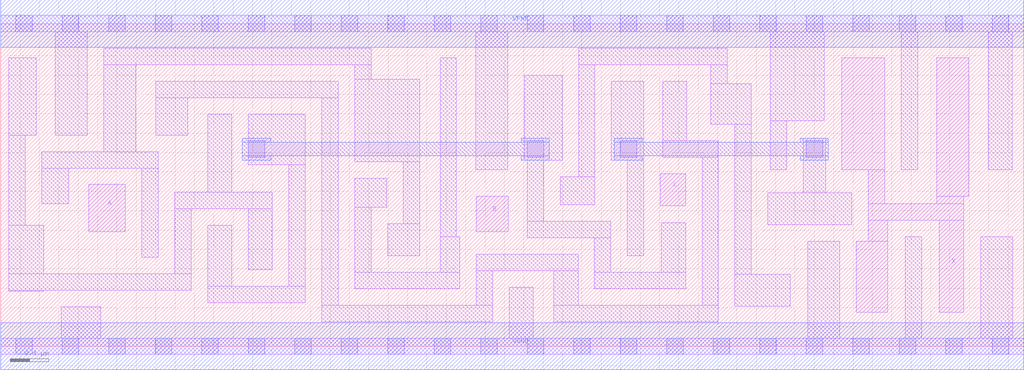
<source format=lef>
# Copyright 2020 The SkyWater PDK Authors
#
# Licensed under the Apache License, Version 2.0 (the "License");
# you may not use this file except in compliance with the License.
# You may obtain a copy of the License at
#
#     https://www.apache.org/licenses/LICENSE-2.0
#
# Unless required by applicable law or agreed to in writing, software
# distributed under the License is distributed on an "AS IS" BASIS,
# WITHOUT WARRANTIES OR CONDITIONS OF ANY KIND, either express or implied.
# See the License for the specific language governing permissions and
# limitations under the License.
#
# SPDX-License-Identifier: Apache-2.0

VERSION 5.7 ;
  NOWIREEXTENSIONATPIN ON ;
  DIVIDERCHAR "/" ;
  BUSBITCHARS "[]" ;
UNITS
  DATABASE MICRONS 200 ;
END UNITS
MACRO sky130_fd_sc_ls__xor3_4
  CLASS CORE ;
  FOREIGN sky130_fd_sc_ls__xor3_4 ;
  ORIGIN  0.000000  0.000000 ;
  SIZE  10.56000 BY  3.330000 ;
  SYMMETRY X Y ;
  SITE unit ;
  PIN A
    ANTENNAGATEAREA  0.246000 ;
    DIRECTION INPUT ;
    USE SIGNAL ;
    PORT
      LAYER li1 ;
        RECT 0.910000 1.180000 1.285000 1.670000 ;
    END
  END A
  PIN B
    ANTENNAGATEAREA  0.693000 ;
    DIRECTION INPUT ;
    USE SIGNAL ;
    PORT
      LAYER li1 ;
        RECT 4.910000 1.180000 5.240000 1.550000 ;
    END
  END B
  PIN C
    ANTENNAGATEAREA  0.381000 ;
    DIRECTION INPUT ;
    USE SIGNAL ;
    PORT
      LAYER li1 ;
        RECT 6.810000 1.450000 7.070000 1.780000 ;
    END
  END C
  PIN X
    ANTENNADIFFAREA  1.086400 ;
    DIRECTION OUTPUT ;
    USE SIGNAL ;
    PORT
      LAYER li1 ;
        RECT 8.685000 1.820000 9.125000 2.980000 ;
        RECT 8.830000 0.350000 9.160000 1.085000 ;
        RECT 8.955000 1.085000 9.160000 1.300000 ;
        RECT 8.955000 1.300000 9.940000 1.470000 ;
        RECT 8.955000 1.470000 9.125000 1.820000 ;
        RECT 9.665000 1.470000 9.940000 1.550000 ;
        RECT 9.665000 1.550000 9.995000 2.980000 ;
        RECT 9.690000 0.350000 9.940000 1.300000 ;
    END
  END X
  PIN VGND
    DIRECTION INOUT ;
    SHAPE ABUTMENT ;
    USE GROUND ;
    PORT
      LAYER met1 ;
        RECT 0.000000 -0.245000 10.560000 0.245000 ;
    END
  END VGND
  PIN VPWR
    DIRECTION INOUT ;
    SHAPE ABUTMENT ;
    USE POWER ;
    PORT
      LAYER met1 ;
        RECT 0.000000 3.085000 10.560000 3.575000 ;
    END
  END VPWR
  OBS
    LAYER li1 ;
      RECT  0.000000 -0.085000 10.560000 0.085000 ;
      RECT  0.000000  3.245000 10.560000 3.415000 ;
      RECT  0.085000  0.570000  0.445000 0.580000 ;
      RECT  0.085000  0.580000  1.965000 0.750000 ;
      RECT  0.085000  0.750000  0.445000 1.250000 ;
      RECT  0.085000  1.250000  0.255000 2.180000 ;
      RECT  0.085000  2.180000  0.365000 2.980000 ;
      RECT  0.425000  1.470000  0.700000 1.840000 ;
      RECT  0.425000  1.840000  1.625000 2.010000 ;
      RECT  0.565000  2.180000  0.895000 3.245000 ;
      RECT  0.625000  0.085000  1.035000 0.410000 ;
      RECT  1.065000  2.010000  1.395000 2.905000 ;
      RECT  1.065000  2.905000  3.825000 3.075000 ;
      RECT  1.455000  0.920000  1.625000 1.840000 ;
      RECT  1.600000  2.180000  1.930000 2.565000 ;
      RECT  1.600000  2.565000  3.485000 2.735000 ;
      RECT  1.795000  0.750000  1.965000 1.420000 ;
      RECT  1.795000  1.420000  2.805000 1.590000 ;
      RECT  2.135000  0.450000  3.145000 0.620000 ;
      RECT  2.135000  0.620000  2.385000 1.250000 ;
      RECT  2.135000  1.590000  2.385000 2.395000 ;
      RECT  2.555000  0.790000  2.805000 1.420000 ;
      RECT  2.555000  1.875000  3.145000 2.395000 ;
      RECT  2.975000  0.620000  3.145000 1.875000 ;
      RECT  3.315000  0.255000  5.080000 0.425000 ;
      RECT  3.315000  0.425000  3.485000 2.565000 ;
      RECT  3.655000  0.595000  4.740000 0.765000 ;
      RECT  3.655000  0.765000  3.825000 1.435000 ;
      RECT  3.655000  1.435000  3.985000 1.735000 ;
      RECT  3.655000  1.905000  4.325000 2.755000 ;
      RECT  3.655000  2.755000  3.825000 2.905000 ;
      RECT  3.995000  0.935000  4.325000 1.265000 ;
      RECT  4.155000  1.265000  4.325000 1.905000 ;
      RECT  4.535000  0.765000  4.740000 1.130000 ;
      RECT  4.535000  1.130000  4.705000 2.980000 ;
      RECT  4.905000  1.820000  5.235000 3.245000 ;
      RECT  4.910000  0.425000  5.080000 0.780000 ;
      RECT  4.910000  0.780000  5.960000 0.950000 ;
      RECT  5.250000  0.085000  5.500000 0.610000 ;
      RECT  5.405000  1.920000  5.795000 2.800000 ;
      RECT  5.435000  1.120000  6.300000 1.290000 ;
      RECT  5.435000  1.290000  5.605000 1.920000 ;
      RECT  5.710000  0.255000  7.410000 0.425000 ;
      RECT  5.710000  0.425000  5.960000 0.780000 ;
      RECT  5.775000  1.460000  6.135000 1.750000 ;
      RECT  5.965000  1.750000  6.135000 2.905000 ;
      RECT  5.965000  2.905000  7.500000 3.075000 ;
      RECT  6.130000  0.595000  7.070000 0.765000 ;
      RECT  6.130000  0.765000  6.300000 1.120000 ;
      RECT  6.305000  1.920000  6.640000 2.735000 ;
      RECT  6.470000  0.935000  6.640000 1.920000 ;
      RECT  6.820000  0.765000  7.070000 1.275000 ;
      RECT  6.835000  1.950000  7.410000 2.120000 ;
      RECT  6.835000  2.120000  7.085000 2.735000 ;
      RECT  7.240000  0.425000  7.410000 1.950000 ;
      RECT  7.330000  2.290000  7.750000 2.710000 ;
      RECT  7.330000  2.710000  7.500000 2.905000 ;
      RECT  7.580000  0.415000  8.150000 0.745000 ;
      RECT  7.580000  0.745000  7.750000 2.290000 ;
      RECT  7.920000  1.255000  8.785000 1.585000 ;
      RECT  7.945000  1.820000  8.115000 2.330000 ;
      RECT  7.945000  2.330000  8.500000 3.245000 ;
      RECT  8.285000  1.585000  8.515000 2.150000 ;
      RECT  8.330000  0.085000  8.660000 1.085000 ;
      RECT  9.295000  1.820000  9.465000 3.245000 ;
      RECT  9.340000  0.085000  9.510000 1.130000 ;
      RECT 10.120000  0.085000 10.450000 1.130000 ;
      RECT 10.195000  1.820000 10.445000 3.245000 ;
    LAYER mcon ;
      RECT  0.155000 -0.085000  0.325000 0.085000 ;
      RECT  0.155000  3.245000  0.325000 3.415000 ;
      RECT  0.635000 -0.085000  0.805000 0.085000 ;
      RECT  0.635000  3.245000  0.805000 3.415000 ;
      RECT  1.115000 -0.085000  1.285000 0.085000 ;
      RECT  1.115000  3.245000  1.285000 3.415000 ;
      RECT  1.595000 -0.085000  1.765000 0.085000 ;
      RECT  1.595000  3.245000  1.765000 3.415000 ;
      RECT  2.075000 -0.085000  2.245000 0.085000 ;
      RECT  2.075000  3.245000  2.245000 3.415000 ;
      RECT  2.555000 -0.085000  2.725000 0.085000 ;
      RECT  2.555000  1.950000  2.725000 2.120000 ;
      RECT  2.555000  3.245000  2.725000 3.415000 ;
      RECT  3.035000 -0.085000  3.205000 0.085000 ;
      RECT  3.035000  3.245000  3.205000 3.415000 ;
      RECT  3.515000 -0.085000  3.685000 0.085000 ;
      RECT  3.515000  3.245000  3.685000 3.415000 ;
      RECT  3.995000 -0.085000  4.165000 0.085000 ;
      RECT  3.995000  3.245000  4.165000 3.415000 ;
      RECT  4.475000 -0.085000  4.645000 0.085000 ;
      RECT  4.475000  3.245000  4.645000 3.415000 ;
      RECT  4.955000 -0.085000  5.125000 0.085000 ;
      RECT  4.955000  3.245000  5.125000 3.415000 ;
      RECT  5.435000 -0.085000  5.605000 0.085000 ;
      RECT  5.435000  1.950000  5.605000 2.120000 ;
      RECT  5.435000  3.245000  5.605000 3.415000 ;
      RECT  5.915000 -0.085000  6.085000 0.085000 ;
      RECT  5.915000  3.245000  6.085000 3.415000 ;
      RECT  6.395000 -0.085000  6.565000 0.085000 ;
      RECT  6.395000  1.950000  6.565000 2.120000 ;
      RECT  6.395000  3.245000  6.565000 3.415000 ;
      RECT  6.875000 -0.085000  7.045000 0.085000 ;
      RECT  6.875000  3.245000  7.045000 3.415000 ;
      RECT  7.355000 -0.085000  7.525000 0.085000 ;
      RECT  7.355000  3.245000  7.525000 3.415000 ;
      RECT  7.835000 -0.085000  8.005000 0.085000 ;
      RECT  7.835000  3.245000  8.005000 3.415000 ;
      RECT  8.315000 -0.085000  8.485000 0.085000 ;
      RECT  8.315000  1.950000  8.485000 2.120000 ;
      RECT  8.315000  3.245000  8.485000 3.415000 ;
      RECT  8.795000 -0.085000  8.965000 0.085000 ;
      RECT  8.795000  3.245000  8.965000 3.415000 ;
      RECT  9.275000 -0.085000  9.445000 0.085000 ;
      RECT  9.275000  3.245000  9.445000 3.415000 ;
      RECT  9.755000 -0.085000  9.925000 0.085000 ;
      RECT  9.755000  3.245000  9.925000 3.415000 ;
      RECT 10.235000 -0.085000 10.405000 0.085000 ;
      RECT 10.235000  3.245000 10.405000 3.415000 ;
    LAYER met1 ;
      RECT 2.495000 1.920000 2.785000 1.965000 ;
      RECT 2.495000 1.965000 5.665000 2.105000 ;
      RECT 2.495000 2.105000 2.785000 2.150000 ;
      RECT 5.375000 1.920000 5.665000 1.965000 ;
      RECT 5.375000 2.105000 5.665000 2.150000 ;
      RECT 6.335000 1.920000 6.625000 1.965000 ;
      RECT 6.335000 1.965000 8.545000 2.105000 ;
      RECT 6.335000 2.105000 6.625000 2.150000 ;
      RECT 8.255000 1.920000 8.545000 1.965000 ;
      RECT 8.255000 2.105000 8.545000 2.150000 ;
  END
END sky130_fd_sc_ls__xor3_4
END LIBRARY

</source>
